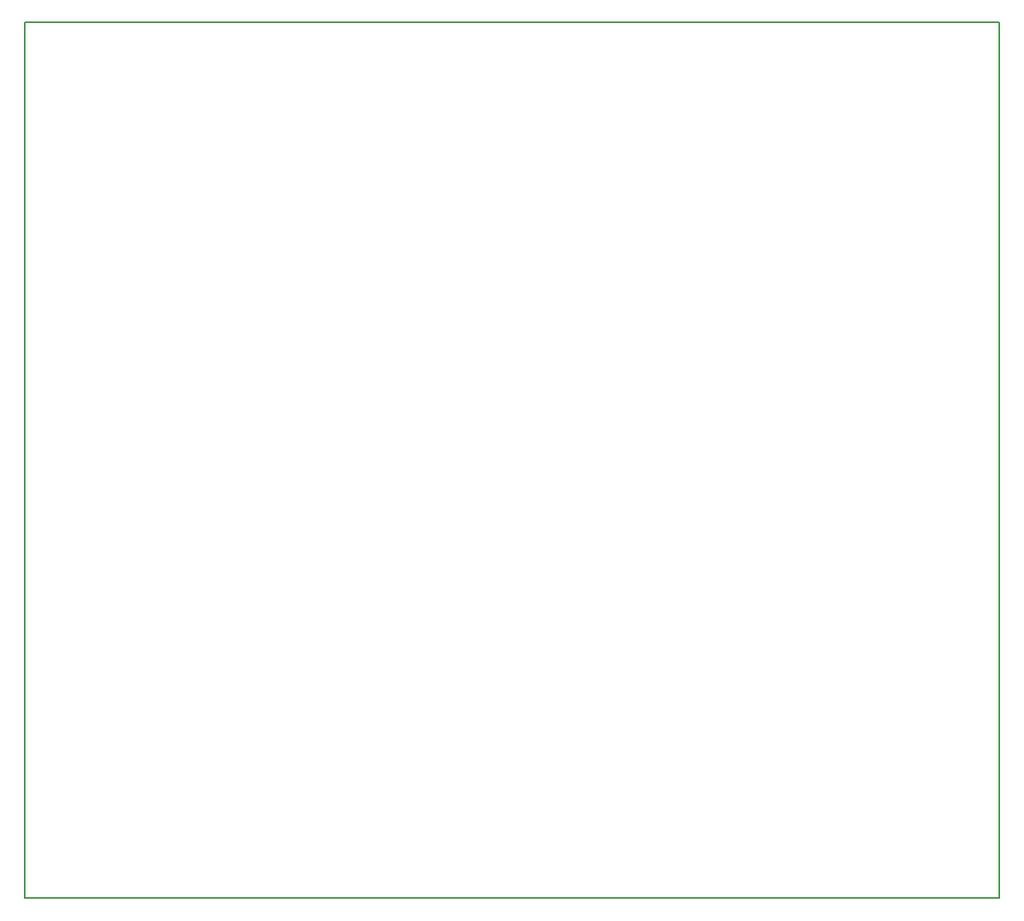
<source format=gbr>
%TF.GenerationSoftware,KiCad,Pcbnew,8.0.2*%
%TF.CreationDate,2024-10-24T11:45:51-03:00*%
%TF.ProjectId,ESCX,45534358-2e6b-4696-9361-645f70636258,rev?*%
%TF.SameCoordinates,Original*%
%TF.FileFunction,Profile,NP*%
%FSLAX46Y46*%
G04 Gerber Fmt 4.6, Leading zero omitted, Abs format (unit mm)*
G04 Created by KiCad (PCBNEW 8.0.2) date 2024-10-24 11:45:51*
%MOMM*%
%LPD*%
G01*
G04 APERTURE LIST*
%TA.AperFunction,Profile*%
%ADD10C,0.153000*%
%TD*%
G04 APERTURE END LIST*
D10*
X99000000Y-44000000D02*
X199000000Y-44000000D01*
X199000000Y-134000000D01*
X99000000Y-134000000D01*
X99000000Y-44000000D01*
M02*

</source>
